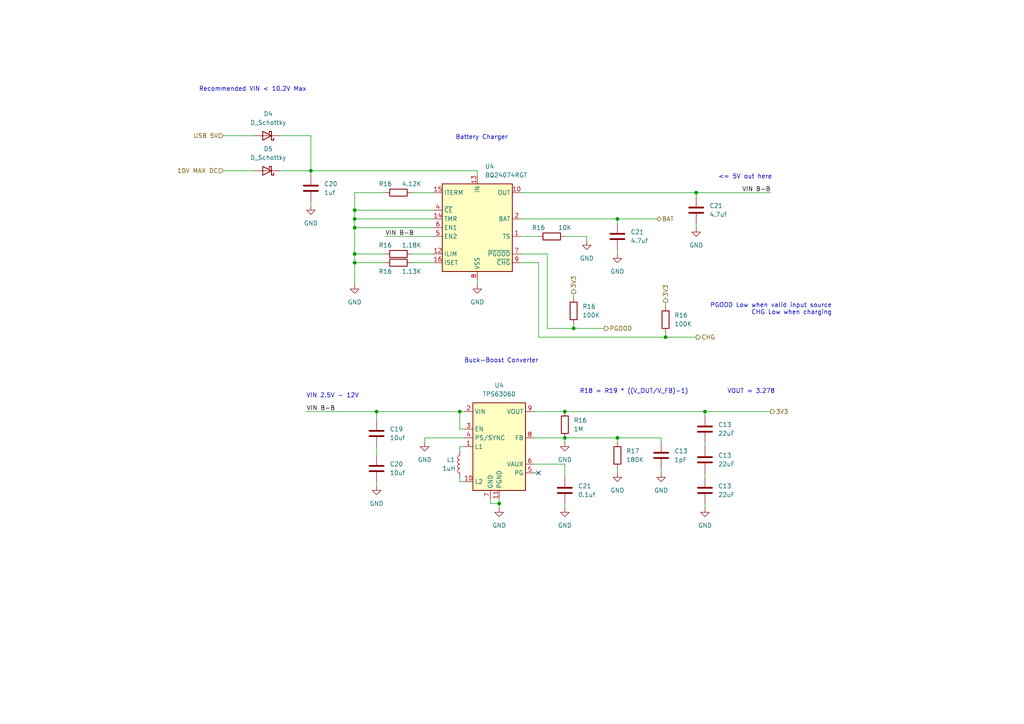
<source format=kicad_sch>
(kicad_sch (version 20230121) (generator eeschema)
  (paper "A4")
  (title_block (title "Orions Hands") (rev "2"))
  (lib_symbols
    (symbol "Battery_Management:BQ24074RGT"
      (property "Reference" "U" (at -8.89 13.97 0))
      (property "Value" "BQ24074RGT" (at 16.51 13.97 0))
      (symbol "BQ24074RGT_0_1"
        (rectangle (start -10.16 12.7) (end 10.16 -12.7) (stroke (width 0.254)) (fill (type background)))
      )
      (symbol "BQ24074RGT_1_1"
        (pin passive line (at 12.7 -2.54 180) (length 2.54) (name "TS") (number "1"))
        (pin power_out line (at 12.7 10.16 180) (length 2.54) (name "OUT") (number "10"))
        (pin passive line (at 12.7 10.16 180) (length 2.54) hide (name "OUT") (number "11"))
        (pin passive line (at -12.7 -7.62 0) (length 2.54) (name "ILIM") (number "12"))
        (pin power_in line (at 0 15.24 270) (length 2.54) (name "IN") (number "13"))
        (pin input line (at -12.7 2.54 0) (length 2.54) (name "TMR") (number "14"))
        (pin input line (at -12.7 10.16 0) (length 2.54) (name "ITERM") (number "15"))
        (pin passive line (at -12.7 -10.16 0) (length 2.54) (name "ISET") (number "16"))
        (pin passive line (at 0 -15.24 90) (length 2.54) hide (name "VSS") (number "17"))
        (pin power_out line (at 12.7 2.54 180) (length 2.54) (name "BAT") (number "2"))
        (pin passive line (at 12.7 2.54 180) (length 2.54) hide (name "BAT") (number "3"))
        (pin input line (at -12.7 5.08 0) (length 2.54) (name "~{CE}") (number "4"))
        (pin input line (at -12.7 -2.54 0) (length 2.54) (name "EN2") (number "5"))
        (pin input line (at -12.7 0 0) (length 2.54) (name "EN1") (number "6"))
        (pin open_collector line (at 12.7 -7.62 180) (length 2.54) (name "~{PGOOD}") (number "7"))
        (pin power_in line (at 0 -15.24 90) (length 2.54) (name "VSS") (number "8"))
        (pin open_collector line (at 12.7 -10.16 180) (length 2.54) (name "~{CHG}") (number "9"))
      )
    )
    (symbol "Device:C" (pin_numbers hide) (pin_names (offset 0.254))
      (property "Reference" "C" (at 0.635 2.54 0))
      (property "Value" "C" (at 0.635 -2.54 0))
      (symbol "C_0_1"
        (polyline (pts (xy -2.032 -0.762) (xy 2.032 -0.762)) (stroke (width 0.508)))
        (polyline (pts (xy -2.032 0.762) (xy 2.032 0.762)) (stroke (width 0.508)))
      )
      (symbol "C_1_1"
        (pin passive line (at 0 3.81 270) (length 2.794) (name "~") (number "1"))
        (pin passive line (at 0 -3.81 90) (length 2.794) (name "~") (number "2"))
      )
    )
    (symbol "Device:D_Schottky" (pin_numbers hide) (pin_names (offset 1.016) hide)
      (property "Reference" "D" (at 0 2.54 0))
      (property "Value" "D_Schottky" (at 0 -2.54 0))
      (symbol "D_Schottky_0_1"
        (polyline (pts (xy 1.27 0) (xy -1.27 0)))
        (polyline (pts (xy 1.27 1.27) (xy 1.27 -1.27) (xy -1.27 0) (xy 1.27 1.27)) (stroke (width 0.254)))
        (polyline (pts (xy -1.905 0.635) (xy -1.905 1.27) (xy -1.27 1.27) (xy -1.27 -1.27) (xy -0.635 -1.27) (xy -0.635 -0.635)) (stroke (width 0.254)))
      )
      (symbol "D_Schottky_1_1"
        (pin passive line (at -3.81 0 0) (length 2.54) (name "K") (number "1"))
        (pin passive line (at 3.81 0 180) (length 2.54) (name "A") (number "2"))
      )
    )
    (symbol "Device:L" (pin_numbers hide) (pin_names (offset 1.016) hide)
      (property "Reference" "L" (at -1.27 0 90))
      (property "Value" "L" (at 1.905 0 90))
      (symbol "L_0_1"
        (arc (start 0 -2.54) (mid 0.6323 -1.905) (end 0 -1.27))
        (arc (start 0 -1.27) (mid 0.6323 -0.635) (end 0 0))
        (arc (start 0 0) (mid 0.6323 0.635) (end 0 1.27))
        (arc (start 0 1.27) (mid 0.6323 1.905) (end 0 2.54))
      )
      (symbol "L_1_1"
        (pin passive line (at 0 3.81 270) (length 1.27) (name "1") (number "1"))
        (pin passive line (at 0 -3.81 90) (length 1.27) (name "2") (number "2"))
      )
    )
    (symbol "Device:R" (pin_numbers hide) (pin_names (offset 0))
      (property "Reference" "R" (at 2.032 0 90))
      (property "Value" "R" (at 0 0 90))
      (symbol "R_0_1"
        (rectangle (start -1.016 -2.54) (end 1.016 2.54) (stroke (width 0.254)))
      )
      (symbol "R_1_1"
        (pin passive line (at 0 3.81 270) (length 1.27) (name "~") (number "1"))
        (pin passive line (at 0 -3.81 90) (length 1.27) (name "~") (number "2"))
      )
    )
    (symbol "Regulator_Switching:TPS63060"
      (property "Reference" "U" (at -7.62 13.97 0))
      (property "Value" "TPS63060" (at 2.54 13.97 0))
      (symbol "TPS63060_0_1"
        (rectangle (start -7.62 12.7) (end 7.62 -12.7) (stroke (width 0.254)) (fill (type background)))
      )
      (symbol "TPS63060_1_1"
        (pin input line (at -10.16 0 0) (length 2.54) (name "L1") (number "1"))
        (pin input line (at -10.16 -10.16 0) (length 2.54) (name "L2") (number "10"))
        (pin power_in line (at 0 -15.24 90) (length 2.54) (name "PGND") (number "11"))
        (pin power_in line (at -10.16 10.16 0) (length 2.54) (name "VIN") (number "2"))
        (pin input line (at -10.16 5.08 0) (length 2.54) (name "EN") (number "3"))
        (pin input line (at -10.16 2.54 0) (length 2.54) (name "PS/SYNC") (number "4"))
        (pin output line (at 10.16 -7.62 180) (length 2.54) (name "PG") (number "5"))
        (pin passive line (at 10.16 -5.08 180) (length 2.54) (name "VAUX") (number "6"))
        (pin power_in line (at -2.54 -15.24 90) (length 2.54) (name "GND") (number "7"))
        (pin input line (at 10.16 2.54 180) (length 2.54) (name "FB") (number "8"))
        (pin power_out line (at 10.16 10.16 180) (length 2.54) (name "VOUT") (number "9"))
      )
    )
    (symbol "power:GND" (power) (pin_names (offset 0))
      (property "Value" "GND" (at 0 -3.81 0))
      (symbol "GND_0_1"
        (polyline (pts (xy 0 0) (xy 0 -1.27) (xy 1.27 -1.27) (xy 0 -2.54) (xy -1.27 -1.27) (xy 0 -1.27)))
      )
      (symbol "GND_1_1"
        (pin power_in line (at 0 0 270) (length 0) hide (name "GND") (number "1"))
      )
    )
  )
  (junction (at 102.87 73.66))
  (junction (at 193.04 97.79))
  (junction (at 166.37 95.25))
  (junction (at 201.93 55.88))
  (junction (at 133.35 119.38))
  (junction (at 144.78 146.05))
  (junction (at 179.07 127))
  (junction (at 109.22 119.38))
  (junction (at 102.87 60.96))
  (junction (at 102.87 76.2))
  (junction (at 90.17 49.53))
  (junction (at 102.87 63.5))
  (junction (at 102.87 66.04))
  (junction (at 204.47 119.38))
  (junction (at 179.07 63.5))
  (junction (at 163.83 127))
  (junction (at 163.83 119.38))
  (no_connect (at 156.21 137.16))
  (wire (pts (xy 151.13 68.58) (xy 156.21 68.58)))
  (wire (pts (xy 134.62 127) (xy 123.19 127)))
  (wire (pts (xy 81.28 39.37) (xy 90.17 39.37)))
  (wire (pts (xy 102.87 60.96) (xy 102.87 63.5)))
  (wire (pts (xy 102.87 73.66) (xy 102.87 76.2)))
  (wire (pts (xy 111.76 73.66) (xy 102.87 73.66)))
  (wire (pts (xy 154.94 134.62) (xy 163.83 134.62)))
  (wire (pts (xy 134.62 124.46) (xy 133.35 124.46)))
  (wire (pts (xy 133.35 124.46) (xy 133.35 119.38)))
  (wire (pts (xy 156.21 76.2) (xy 151.13 76.2)))
  (wire (pts (xy 191.77 127) (xy 191.77 128.27)))
  (wire (pts (xy 193.04 87.63) (xy 193.04 88.9)))
  (wire (pts (xy 163.83 127) (xy 179.07 127)))
  (wire (pts (xy 158.75 73.66) (xy 158.75 95.25)))
  (wire (pts (xy 102.87 66.04) (xy 125.73 66.04)))
  (wire (pts (xy 166.37 95.25) (xy 175.26 95.25)))
  (wire (pts (xy 102.87 63.5) (xy 102.87 66.04)))
  (wire (pts (xy 163.83 68.58) (xy 170.18 68.58)))
  (wire (pts (xy 204.47 137.16) (xy 204.47 138.43)))
  (wire (pts (xy 166.37 93.98) (xy 166.37 95.25)))
  (wire (pts (xy 204.47 119.38) (xy 223.52 119.38)))
  (wire (pts (xy 102.87 66.04) (xy 102.87 73.66)))
  (wire (pts (xy 133.35 119.38) (xy 134.62 119.38)))
  (wire (pts (xy 144.78 146.05) (xy 144.78 147.32)))
  (wire (pts (xy 102.87 55.88) (xy 102.87 60.96)))
  (wire (pts (xy 111.76 55.88) (xy 102.87 55.88)))
  (wire (pts (xy 138.43 81.28) (xy 138.43 82.55)))
  (wire (pts (xy 154.94 137.16) (xy 156.21 137.16)))
  (wire (pts (xy 201.93 55.88) (xy 201.93 57.15)))
  (wire (pts (xy 134.62 129.54) (xy 133.35 129.54)))
  (wire (pts (xy 125.73 55.88) (xy 119.38 55.88)))
  (wire (pts (xy 154.94 119.38) (xy 163.83 119.38)))
  (wire (pts (xy 193.04 96.52) (xy 193.04 97.79)))
  (wire (pts (xy 179.07 63.5) (xy 179.07 64.77)))
  (wire (pts (xy 166.37 86.36) (xy 166.37 85.09)))
  (wire (pts (xy 179.07 63.5) (xy 190.5 63.5)))
  (wire (pts (xy 204.47 146.05) (xy 204.47 147.32)))
  (wire (pts (xy 133.35 129.54) (xy 133.35 130.81)))
  (wire (pts (xy 90.17 49.53) (xy 138.43 49.53)))
  (wire (pts (xy 151.13 55.88) (xy 201.93 55.88)))
  (wire (pts (xy 90.17 58.42) (xy 90.17 59.69)))
  (wire (pts (xy 191.77 135.89) (xy 191.77 137.16)))
  (wire (pts (xy 64.77 39.37) (xy 73.66 39.37)))
  (wire (pts (xy 163.83 134.62) (xy 163.83 138.43)))
  (wire (pts (xy 109.22 139.7) (xy 109.22 140.97)))
  (wire (pts (xy 204.47 119.38) (xy 204.47 120.65)))
  (wire (pts (xy 201.93 55.88) (xy 223.52 55.88)))
  (wire (pts (xy 134.62 139.7) (xy 133.35 139.7)))
  (wire (pts (xy 119.38 73.66) (xy 125.73 73.66)))
  (wire (pts (xy 90.17 49.53) (xy 81.28 49.53)))
  (wire (pts (xy 156.21 76.2) (xy 156.21 97.79)))
  (wire (pts (xy 111.76 76.2) (xy 102.87 76.2)))
  (wire (pts (xy 204.47 128.27) (xy 204.47 129.54)))
  (wire (pts (xy 163.83 119.38) (xy 204.47 119.38)))
  (wire (pts (xy 64.77 49.53) (xy 73.66 49.53)))
  (wire (pts (xy 144.78 144.78) (xy 144.78 146.05)))
  (wire (pts (xy 138.43 49.53) (xy 138.43 50.8)))
  (wire (pts (xy 201.93 64.77) (xy 201.93 66.04)))
  (wire (pts (xy 170.18 68.58) (xy 170.18 69.85)))
  (wire (pts (xy 179.07 135.89) (xy 179.07 137.16)))
  (wire (pts (xy 102.87 76.2) (xy 102.87 82.55)))
  (wire (pts (xy 90.17 49.53) (xy 90.17 50.8)))
  (wire (pts (xy 109.22 129.54) (xy 109.22 132.08)))
  (wire (pts (xy 125.73 60.96) (xy 102.87 60.96)))
  (wire (pts (xy 109.22 119.38) (xy 109.22 121.92)))
  (wire (pts (xy 193.04 97.79) (xy 201.93 97.79)))
  (wire (pts (xy 90.17 39.37) (xy 90.17 49.53)))
  (wire (pts (xy 156.21 97.79) (xy 193.04 97.79)))
  (wire (pts (xy 123.19 127) (xy 123.19 128.27)))
  (wire (pts (xy 142.24 146.05) (xy 144.78 146.05)))
  (wire (pts (xy 151.13 63.5) (xy 179.07 63.5)))
  (wire (pts (xy 102.87 63.5) (xy 125.73 63.5)))
  (wire (pts (xy 158.75 73.66) (xy 151.13 73.66)))
  (wire (pts (xy 88.9 119.38) (xy 109.22 119.38)))
  (wire (pts (xy 163.83 146.05) (xy 163.83 147.32)))
  (wire (pts (xy 109.22 119.38) (xy 133.35 119.38)))
  (wire (pts (xy 179.07 72.39) (xy 179.07 73.66)))
  (wire (pts (xy 133.35 139.7) (xy 133.35 138.43)))
  (wire (pts (xy 154.94 127) (xy 163.83 127)))
  (wire (pts (xy 179.07 127) (xy 179.07 128.27)))
  (wire (pts (xy 142.24 144.78) (xy 142.24 146.05)))
  (wire (pts (xy 163.83 127) (xy 163.83 128.27)))
  (wire (pts (xy 158.75 95.25) (xy 166.37 95.25)))
  (wire (pts (xy 111.76 68.58) (xy 125.73 68.58)))
  (wire (pts (xy 179.07 127) (xy 191.77 127)))
  (wire (pts (xy 119.38 76.2) (xy 125.73 76.2)))
  (text "Recommended VIN < 10.2V Max" (at 88.9 26.67 0) (effects (font (size 1.27 1.27)) (justify right bottom)))
  (text "VOUT = 3.278" (at 224.79 114.3 0) (effects (font (size 1.27 1.27)) (justify right bottom)))
  (text "<= 5V out here" (at 208.28 52.07 0) (effects (font (size 1.27 1.27)) (justify left bottom)))
  (text "Buck-Boost Converter" (at 134.62 105.41 0) (effects (font (size 1.27 1.27)) (justify left bottom)))
  (text "Battery Charger" (at 132.08 40.64 0) (effects (font (size 1.27 1.27)) (justify left bottom)))
  (text "VIN 2.5V - 12V" (at 104.14 115.57 0) (effects (font (size 1.27 1.27)) (justify right bottom)))
  (text "PGOOD Low when valid input source\nCHG Low when charging" (at 241.3 91.44 0) (effects (font (size 1.27 1.27)) (justify right bottom)))
  (text "R18 = R19 * ((V_OUT/V_FB)-1) \n" (at 200.66 114.3 0) (effects (font (size 1.27 1.27)) (justify right bottom)))
  (label "VIN B-B" (at 88.9 119.38 0))
  (label "VIN B-B" (at 111.76 68.58 0))
  (label "VIN B-B" (at 223.52 55.88 180))
  (hierarchical_label "3V3" (shape output) (at 166.37 85.09 90))
  (hierarchical_label "PGOOD" (shape output) (at 175.26 95.25 0))
  (hierarchical_label "3V3" (shape output) (at 193.04 87.63 90))
  (hierarchical_label "USB 5V" (shape input) (at 64.77 39.37 180))
  (hierarchical_label "BAT" (shape bidirectional) (at 190.5 63.5 0))
  (hierarchical_label "CHG" (shape output) (at 201.93 97.79 0))
  (hierarchical_label "10V MAX DC" (shape input) (at 64.77 49.53 180))
  (hierarchical_label "3V3" (shape output) (at 223.52 119.38 0))
  (symbol (lib_id "power:GND") (at 179.07 73.66 0) (unit 1)
    (property "Reference" "#PWR026" (effects hide))
    (property "Value" "GND" (at 179.07 78.74 0))
    (instances (project "orions_hands_pcb" (path "" (reference "#PWR026") (unit 1)) (path "" (reference "#PWR031") (unit 1))))
  )
  (symbol (lib_id "Device:R") (at 115.57 76.2 90) (unit 1)
    (property "Reference" "R16" (at 111.76 78.74 90))
    (property "Value" "1.13K" (at 119.38 78.74 90))
    (instances (project "orions_hands_pcb" (path "" (reference "R16") (unit 1)) (path "" (reference "R20") (unit 1))))
  )
  (symbol (lib_id "Device:C") (at 204.47 142.24 0) (unit 1)
    (property "Reference" "C13" (at 208.28 140.97 0) (effects (justify left)))
    (property "Value" "22uF" (at 208.28 143.51 0) (effects (justify left)))
    (instances (project "orions_hands_pcb" (path "" (reference "C13") (unit 1)) (path "" (reference "C25") (unit 1)) (path "" (reference "C32") (unit 1))))
  )
  (symbol (lib_id "power:GND") (at 204.47 147.32 0) (unit 1)
    (property "Reference" "#PWR08" (effects hide))
    (property "Value" "GND" (at 204.47 152.4 0))
    (instances (project "orions_hands_pcb" (path "" (reference "#PWR08") (unit 1)) (path "" (reference "#PWR030") (unit 1)) (path "" (reference "#PWR039") (unit 1))))
  )
  (symbol (lib_id "Device:R") (at 179.07 132.08 0) (unit 1)
    (property "Reference" "R17" (at 181.61 130.81 0) (effects (justify left)))
    (property "Value" "180K" (at 181.61 133.35 0) (effects (justify left)))
    (instances (project "orions_hands_pcb" (path "" (reference "R17") (unit 1)) (path "" (reference "R19") (unit 1))))
  )
  (symbol (lib_id "Device:C") (at 191.77 132.08 0) (unit 1)
    (property "Reference" "C13" (at 195.58 130.81 0) (effects (justify left)))
    (property "Value" "1pF" (at 195.58 133.35 0) (effects (justify left)))
    (instances (project "orions_hands_pcb" (path "" (reference "C13") (unit 1)) (path "" (reference "C22") (unit 1)) (path "" (reference "C29") (unit 1))))
  )
  (symbol (lib_id "Device:R") (at 163.83 123.19 0) (unit 1)
    (property "Reference" "R16" (at 166.37 121.92 0) (effects (justify left)))
    (property "Value" "1M" (at 166.37 124.46 0) (effects (justify left)))
    (instances (project "orions_hands_pcb" (path "" (reference "R16") (unit 1)) (path "" (reference "R18") (unit 1))))
  )
  (symbol (lib_id "power:GND") (at 163.83 128.27 0) (unit 1)
    (property "Reference" "#PWR028" (effects hide))
    (property "Value" "GND" (at 163.83 133.35 0))
    (instances (project "orions_hands_pcb" (path "" (reference "#PWR028") (unit 1)) (path "" (reference "#PWR035") (unit 1))))
  )
  (symbol (lib_id "Device:C") (at 179.07 68.58 0) (unit 1)
    (property "Reference" "C21" (at 182.88 67.31 0) (effects (justify left)))
    (property "Value" "4.7uf" (at 182.88 69.85 0) (effects (justify left)))
    (instances (project "orions_hands_pcb" (path "" (reference "C21") (unit 1)) (path "" (reference "C19") (unit 1))))
  )
  (symbol (lib_id "power:GND") (at 90.17 59.69 0) (unit 1)
    (property "Reference" "#PWR026" (effects hide))
    (property "Value" "GND" (at 90.17 64.77 0))
    (instances (project "orions_hands_pcb" (path "" (reference "#PWR026") (unit 1)) (path "" (reference "#PWR025") (unit 1))))
  )
  (symbol (lib_id "power:GND") (at 138.43 82.55 0) (unit 1)
    (property "Reference" "#PWR026" (effects hide))
    (property "Value" "GND" (at 138.43 87.63 0))
    (instances (project "orions_hands_pcb" (path "" (reference "#PWR026") (unit 1)) (path "" (reference "#PWR028") (unit 1))))
  )
  (symbol (lib_id "power:GND") (at 163.83 147.32 0) (unit 1)
    (property "Reference" "#PWR025" (effects hide))
    (property "Value" "GND" (at 163.83 152.4 0))
    (instances (project "orions_hands_pcb" (path "" (reference "#PWR025") (unit 1)) (path "" (reference "#PWR036") (unit 1))))
  )
  (symbol (lib_id "power:GND") (at 102.87 82.55 0) (unit 1)
    (property "Reference" "#PWR026" (effects hide))
    (property "Value" "GND" (at 102.87 87.63 0))
    (instances (project "orions_hands_pcb" (path "" (reference "#PWR026") (unit 1)) (path "" (reference "#PWR029") (unit 1))))
  )
  (symbol (lib_id "Device:R") (at 160.02 68.58 90) (unit 1)
    (property "Reference" "R16" (at 156.21 66.04 90))
    (property "Value" "10K" (at 163.83 66.04 90))
    (instances (project "orions_hands_pcb" (path "" (reference "R16") (unit 1)) (path "" (reference "R23") (unit 1))))
  )
  (symbol (lib_id "Device:R") (at 115.57 55.88 90) (unit 1)
    (property "Reference" "R16" (at 111.76 53.34 90))
    (property "Value" "4.12K" (at 119.38 53.34 90))
  )
  (symbol (lib_id "power:GND") (at 179.07 137.16 0) (unit 1)
    (property "Reference" "#PWR031" (effects hide))
    (property "Value" "GND" (at 179.07 142.24 0))
    (instances (project "orions_hands_pcb" (path "" (reference "#PWR031") (unit 1)) (path "" (reference "#PWR037") (unit 1))))
  )
  (symbol (lib_id "Device:C") (at 90.17 54.61 0) (unit 1)
    (property "Reference" "C20" (at 93.98 53.34 0) (effects (justify left)))
    (property "Value" "1uf" (at 93.98 55.88 0) (effects (justify left)))
    (instances (project "orions_hands_pcb" (path "" (reference "C20") (unit 1)) (path "" (reference "C15") (unit 1))))
  )
  (symbol (lib_id "Device:R") (at 166.37 90.17 0) (unit 1)
    (property "Reference" "R16" (at 168.91 88.9 0) (effects (justify left)))
    (property "Value" "100K" (at 168.91 91.44 0) (effects (justify left)))
    (instances (project "orions_hands_pcb" (path "" (reference "R16") (unit 1)) (path "" (reference "R22") (unit 1))))
  )
  (symbol (lib_id "Device:R") (at 193.04 92.71 0) (unit 1)
    (property "Reference" "R16" (at 195.58 91.44 0) (effects (justify left)))
    (property "Value" "100K" (at 195.58 93.98 0) (effects (justify left)))
    (instances (project "orions_hands_pcb" (path "" (reference "R16") (unit 1)) (path "" (reference "R17") (unit 1))))
  )
  (symbol (lib_id "power:GND") (at 123.19 128.27 0) (unit 1)
    (property "Reference" "#PWR027" (effects hide))
    (property "Value" "GND" (at 123.19 133.35 0))
    (instances (project "orions_hands_pcb" (path "" (reference "#PWR027") (unit 1)) (path "" (reference "#PWR033") (unit 1))))
  )
  (symbol (lib_id "Device:D_Schottky") (at 77.47 39.37 180) (unit 1)
    (property "Reference" "D4" (at 77.7875 33.02 0))
    (property "Value" "D_Schottky" (at 77.7875 35.56 0))
  )
  (symbol (lib_id "Device:C") (at 109.22 135.89 0) (unit 1)
    (property "Reference" "C20" (at 113.03 134.62 0) (effects (justify left)))
    (property "Value" "10uf" (at 113.03 137.16 0) (effects (justify left)))
    (instances (project "orions_hands_pcb" (path "" (reference "C20") (unit 1)) (path "" (reference "C27") (unit 1))))
  )
  (symbol (lib_id "power:GND") (at 191.77 137.16 0) (unit 1)
    (property "Reference" "#PWR08" (effects hide))
    (property "Value" "GND" (at 191.77 142.24 0))
    (instances (project "orions_hands_pcb" (path "" (reference "#PWR08") (unit 1)) (path "" (reference "#PWR029") (unit 1)) (path "" (reference "#PWR038") (unit 1))))
  )
  (symbol (lib_id "Device:D_Schottky") (at 77.47 49.53 180) (unit 1)
    (property "Reference" "D5" (at 77.7875 43.18 0))
    (property "Value" "D_Schottky" (at 77.7875 45.72 0))
  )
  (symbol (lib_id "power:GND") (at 109.22 140.97 0) (unit 1)
    (property "Reference" "#PWR026" (effects hide))
    (property "Value" "GND" (at 109.22 146.05 0))
    (instances (project "orions_hands_pcb" (path "" (reference "#PWR026") (unit 1)) (path "" (reference "#PWR032") (unit 1))))
  )
  (symbol (lib_id "Device:C") (at 204.47 124.46 0) (unit 1)
    (property "Reference" "C13" (at 208.28 123.19 0) (effects (justify left)))
    (property "Value" "22uF" (at 208.28 125.73 0) (effects (justify left)))
    (instances (project "orions_hands_pcb" (path "" (reference "C13") (unit 1)) (path "" (reference "C23") (unit 1)) (path "" (reference "C30") (unit 1))))
  )
  (symbol (lib_id "Device:C") (at 109.22 125.73 0) (unit 1)
    (property "Reference" "C19" (at 113.03 124.46 0) (effects (justify left)))
    (property "Value" "10uf" (at 113.03 127 0) (effects (justify left)))
    (instances (project "orions_hands_pcb" (path "" (reference "C19") (unit 1)) (path "" (reference "C26") (unit 1))))
  )
  (symbol (lib_id "Device:C") (at 163.83 142.24 0) (unit 1)
    (property "Reference" "C21" (at 167.64 140.97 0) (effects (justify left)))
    (property "Value" "0.1uf" (at 167.64 143.51 0) (effects (justify left)))
    (instances (project "orions_hands_pcb" (path "" (reference "C21") (unit 1)) (path "" (reference "C28") (unit 1))))
  )
  (symbol (lib_id "power:GND") (at 144.78 147.32 0) (unit 1)
    (property "Reference" "#PWR024" (effects hide))
    (property "Value" "GND" (at 144.78 152.4 0))
    (instances (project "orions_hands_pcb" (path "" (reference "#PWR024") (unit 1)) (path "" (reference "#PWR034") (unit 1))))
  )
  (symbol (lib_id "power:GND") (at 201.93 66.04 0) (unit 1)
    (property "Reference" "#PWR025" (effects hide))
    (property "Value" "GND" (at 201.93 71.12 0))
    (instances (project "orions_hands_pcb" (path "" (reference "#PWR025") (unit 1)) (path "" (reference "#PWR027") (unit 1))))
  )
  (symbol (lib_id "Device:C") (at 201.93 60.96 0) (unit 1)
    (property "Reference" "C21" (at 205.74 59.69 0) (effects (justify left)))
    (property "Value" "4.7uf" (at 205.74 62.23 0) (effects (justify left)))
    (instances (project "orions_hands_pcb" (path "" (reference "C21") (unit 1)) (path "" (reference "C16") (unit 1))))
  )
  (symbol (lib_id "Regulator_Switching:TPS63060") (at 144.78 129.54 0) (unit 1)
    (property "Reference" "U4" (at 144.78 111.76 0))
    (property "Value" "TPS63060" (at 144.78 114.3 0))
    (property "Footprint" "Package_SON:Texas_S-PWSON-N10_ThermalVias" (effects hide))
    (property "Datasheet" "http://www.ti.com/lit/ds/symlink/tps63060.pdf" (effects hide))
    (instances (project "orions_hands_pcb" (path "" (reference "U4") (unit 1)) (path "" (reference "U5") (unit 1))))
  )
  (symbol (lib_id "Device:C") (at 204.47 133.35 0) (unit 1)
    (property "Reference" "C13" (at 208.28 132.08 0) (effects (justify left)))
    (property "Value" "22uF" (at 208.28 134.62 0) (effects (justify left)))
    (instances (project "orions_hands_pcb" (path "" (reference "C13") (unit 1)) (path "" (reference "C24") (unit 1)) (path "" (reference "C31") (unit 1))))
  )
  (symbol (lib_id "Device:R") (at 115.57 73.66 90) (unit 1)
    (property "Reference" "R16" (at 111.76 71.12 90))
    (property "Value" "1.18K" (at 119.38 71.12 90))
    (instances (project "orions_hands_pcb" (path "" (reference "R16") (unit 1)) (path "" (reference "R21") (unit 1))))
  )
  (symbol (lib_id "Device:L") (at 133.35 134.62 180) (unit 1)
    (property "Reference" "L1" (at 129.54 133.35 0) (effects (justify right)))
    (property "Value" "1uH" (at 128.27 135.89 0) (effects (justify right)))
    (instances (project "orions_hands_pcb" (path "" (reference "L1") (unit 1)) (path "" (reference "L2") (unit 1))))
  )
  (symbol (lib_id "Battery_Management:BQ24074RGT") (at 138.43 66.04 0) (unit 1)
    (property "Reference" "U4" (at 140.6241 48.26 0) (effects (justify left)))
    (property "Value" "BQ24074RGT" (at 140.6241 50.8 0) (effects (justify left)))
    (property "Footprint" "Package_DFN_QFN:VQFN-16-1EP_3x3mm_P0.5mm_EP1.6x1.6mm" (effects hide))
    (property "Datasheet" "http://www.ti.com/lit/ds/symlink/bq24074.pdf" (effects hide))
  )
  (symbol (lib_id "power:GND") (at 170.18 69.85 0) (unit 1)
    (property "Reference" "#PWR026" (effects hide))
    (property "Value" "GND" (at 170.18 74.93 0))
    (instances (project "orions_hands_pcb" (path "" (reference "#PWR026") (unit 1)) (path "" (reference "#PWR030") (unit 1))))
  )
)
</source>
